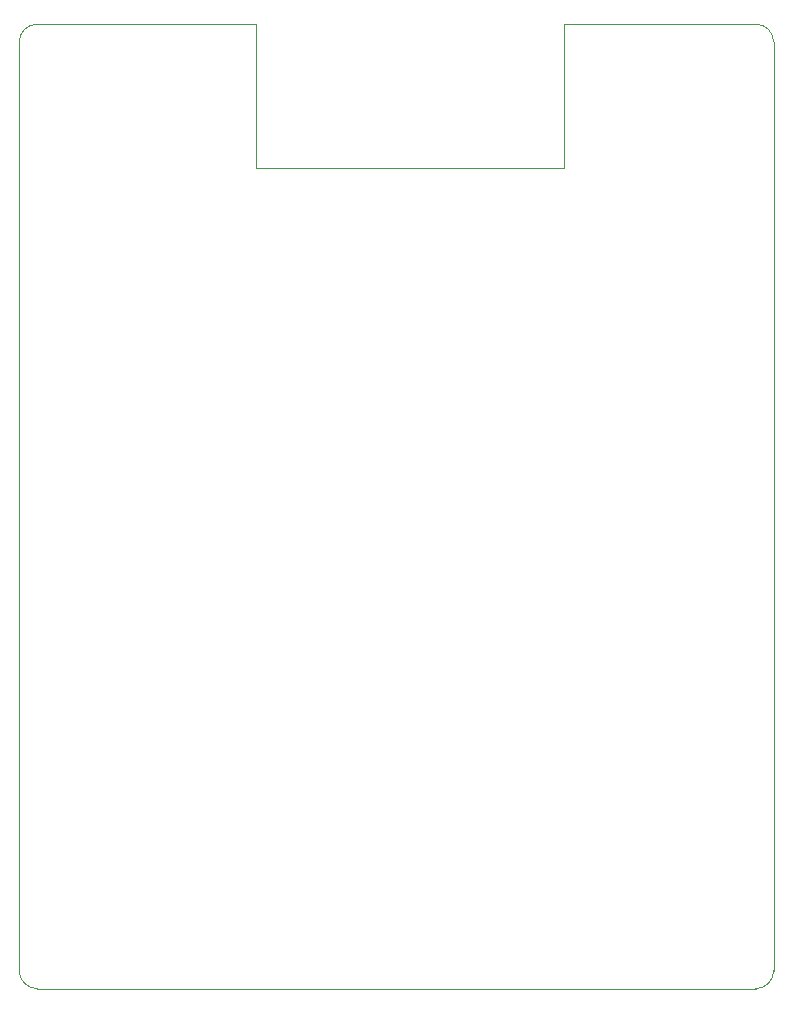
<source format=gbr>
G04 #@! TF.GenerationSoftware,KiCad,Pcbnew,(5.1.5-0-10_14)*
G04 #@! TF.CreationDate,2020-08-28T20:46:08+02:00*
G04 #@! TF.ProjectId,wifi-modem,77696669-2d6d-46f6-9465-6d2e6b696361,rev?*
G04 #@! TF.SameCoordinates,Original*
G04 #@! TF.FileFunction,Profile,NP*
%FSLAX46Y46*%
G04 Gerber Fmt 4.6, Leading zero omitted, Abs format (unit mm)*
G04 Created by KiCad (PCBNEW (5.1.5-0-10_14)) date 2020-08-28 20:46:08*
%MOMM*%
%LPD*%
G04 APERTURE LIST*
%ADD10C,0.050000*%
G04 APERTURE END LIST*
D10*
X179197000Y-135890000D02*
X179197000Y-139700000D01*
X115316000Y-135890000D02*
X115316000Y-139700000D01*
X179197000Y-61087000D02*
X179197000Y-64897000D01*
X161417000Y-63373000D02*
X161417000Y-59563000D01*
X135382000Y-59563000D02*
X135382000Y-63373000D01*
X115316000Y-61087000D02*
X115316000Y-64897000D01*
X116840000Y-141224000D02*
X177673000Y-141224000D01*
X116840000Y-59563000D02*
X135382000Y-59563000D01*
X177673000Y-59563000D02*
X161417000Y-59563000D01*
X161417000Y-71755000D02*
X161417000Y-63373000D01*
X135382000Y-71755000D02*
X161417000Y-71755000D01*
X135382000Y-63373000D02*
X135382000Y-71755000D01*
X179197000Y-135890000D02*
X179197000Y-64897000D01*
X115316000Y-64897000D02*
X115316000Y-135890000D01*
X116840000Y-141224000D02*
G75*
G02X115316000Y-139700000I0J1524000D01*
G01*
X179197000Y-139700000D02*
G75*
G02X177673000Y-141224000I-1524000J0D01*
G01*
X177673000Y-59563000D02*
G75*
G02X179197000Y-61087000I0J-1524000D01*
G01*
X115316000Y-61087000D02*
G75*
G02X116840000Y-59563000I1524000J0D01*
G01*
M02*

</source>
